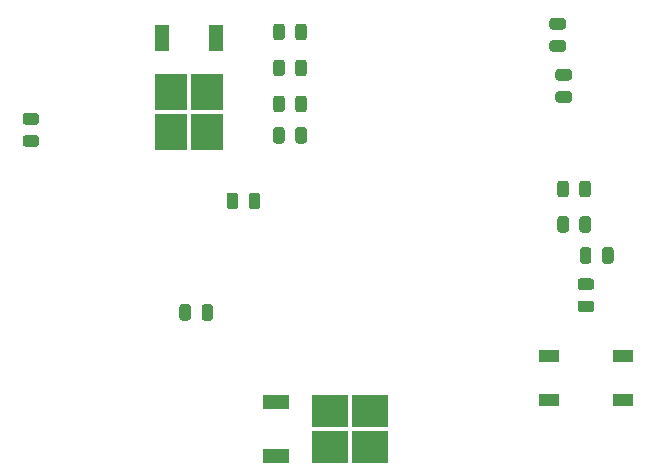
<source format=gbr>
%TF.GenerationSoftware,KiCad,Pcbnew,5.1.6-c6e7f7d~87~ubuntu18.04.1*%
%TF.CreationDate,2022-02-07T12:13:50+00:00*%
%TF.ProjectId,wifiboard-v4,77696669-626f-4617-9264-2d76342e6b69,rev?*%
%TF.SameCoordinates,Original*%
%TF.FileFunction,Paste,Top*%
%TF.FilePolarity,Positive*%
%FSLAX46Y46*%
G04 Gerber Fmt 4.6, Leading zero omitted, Abs format (unit mm)*
G04 Created by KiCad (PCBNEW 5.1.6-c6e7f7d~87~ubuntu18.04.1) date 2022-02-07 12:13:50*
%MOMM*%
%LPD*%
G01*
G04 APERTURE LIST*
%ADD10R,2.750000X3.050000*%
%ADD11R,1.200000X2.200000*%
%ADD12R,1.700000X1.000000*%
%ADD13R,2.200000X1.200000*%
%ADD14R,3.050000X2.750000*%
G04 APERTURE END LIST*
%TO.C,C2*%
G36*
G01*
X72543750Y-162450000D02*
X73456250Y-162450000D01*
G75*
G02*
X73700000Y-162693750I0J-243750D01*
G01*
X73700000Y-163181250D01*
G75*
G02*
X73456250Y-163425000I-243750J0D01*
G01*
X72543750Y-163425000D01*
G75*
G02*
X72300000Y-163181250I0J243750D01*
G01*
X72300000Y-162693750D01*
G75*
G02*
X72543750Y-162450000I243750J0D01*
G01*
G37*
G36*
G01*
X72543750Y-160575000D02*
X73456250Y-160575000D01*
G75*
G02*
X73700000Y-160818750I0J-243750D01*
G01*
X73700000Y-161306250D01*
G75*
G02*
X73456250Y-161550000I-243750J0D01*
G01*
X72543750Y-161550000D01*
G75*
G02*
X72300000Y-161306250I0J243750D01*
G01*
X72300000Y-160818750D01*
G75*
G02*
X72543750Y-160575000I243750J0D01*
G01*
G37*
%TD*%
%TO.C,C4*%
G36*
G01*
X71068250Y-141379000D02*
X70155750Y-141379000D01*
G75*
G02*
X69912000Y-141135250I0J243750D01*
G01*
X69912000Y-140647750D01*
G75*
G02*
X70155750Y-140404000I243750J0D01*
G01*
X71068250Y-140404000D01*
G75*
G02*
X71312000Y-140647750I0J-243750D01*
G01*
X71312000Y-141135250D01*
G75*
G02*
X71068250Y-141379000I-243750J0D01*
G01*
G37*
G36*
G01*
X71068250Y-139504000D02*
X70155750Y-139504000D01*
G75*
G02*
X69912000Y-139260250I0J243750D01*
G01*
X69912000Y-138772750D01*
G75*
G02*
X70155750Y-138529000I243750J0D01*
G01*
X71068250Y-138529000D01*
G75*
G02*
X71312000Y-138772750I0J-243750D01*
G01*
X71312000Y-139260250D01*
G75*
G02*
X71068250Y-139504000I-243750J0D01*
G01*
G37*
%TD*%
%TO.C,C5*%
G36*
G01*
X70575000Y-153456250D02*
X70575000Y-152543750D01*
G75*
G02*
X70818750Y-152300000I243750J0D01*
G01*
X71306250Y-152300000D01*
G75*
G02*
X71550000Y-152543750I0J-243750D01*
G01*
X71550000Y-153456250D01*
G75*
G02*
X71306250Y-153700000I-243750J0D01*
G01*
X70818750Y-153700000D01*
G75*
G02*
X70575000Y-153456250I0J243750D01*
G01*
G37*
G36*
G01*
X72450000Y-153456250D02*
X72450000Y-152543750D01*
G75*
G02*
X72693750Y-152300000I243750J0D01*
G01*
X73181250Y-152300000D01*
G75*
G02*
X73425000Y-152543750I0J-243750D01*
G01*
X73425000Y-153456250D01*
G75*
G02*
X73181250Y-153700000I-243750J0D01*
G01*
X72693750Y-153700000D01*
G75*
G02*
X72450000Y-153456250I0J243750D01*
G01*
G37*
%TD*%
D10*
%TO.C,Q1*%
X37845000Y-144824000D03*
X40895000Y-148174000D03*
X40895000Y-144824000D03*
X37845000Y-148174000D03*
D11*
X37090000Y-140199000D03*
X41650000Y-140199000D03*
%TD*%
%TO.C,R2*%
G36*
G01*
X72489000Y-159079250D02*
X72489000Y-158166750D01*
G75*
G02*
X72732750Y-157923000I243750J0D01*
G01*
X73220250Y-157923000D01*
G75*
G02*
X73464000Y-158166750I0J-243750D01*
G01*
X73464000Y-159079250D01*
G75*
G02*
X73220250Y-159323000I-243750J0D01*
G01*
X72732750Y-159323000D01*
G75*
G02*
X72489000Y-159079250I0J243750D01*
G01*
G37*
G36*
G01*
X74364000Y-159079250D02*
X74364000Y-158166750D01*
G75*
G02*
X74607750Y-157923000I243750J0D01*
G01*
X75095250Y-157923000D01*
G75*
G02*
X75339000Y-158166750I0J-243750D01*
G01*
X75339000Y-159079250D01*
G75*
G02*
X75095250Y-159323000I-243750J0D01*
G01*
X74607750Y-159323000D01*
G75*
G02*
X74364000Y-159079250I0J243750D01*
G01*
G37*
%TD*%
%TO.C,R3*%
G36*
G01*
X70663750Y-144722000D02*
X71576250Y-144722000D01*
G75*
G02*
X71820000Y-144965750I0J-243750D01*
G01*
X71820000Y-145453250D01*
G75*
G02*
X71576250Y-145697000I-243750J0D01*
G01*
X70663750Y-145697000D01*
G75*
G02*
X70420000Y-145453250I0J243750D01*
G01*
X70420000Y-144965750D01*
G75*
G02*
X70663750Y-144722000I243750J0D01*
G01*
G37*
G36*
G01*
X70663750Y-142847000D02*
X71576250Y-142847000D01*
G75*
G02*
X71820000Y-143090750I0J-243750D01*
G01*
X71820000Y-143578250D01*
G75*
G02*
X71576250Y-143822000I-243750J0D01*
G01*
X70663750Y-143822000D01*
G75*
G02*
X70420000Y-143578250I0J243750D01*
G01*
X70420000Y-143090750D01*
G75*
G02*
X70663750Y-142847000I243750J0D01*
G01*
G37*
%TD*%
%TO.C,R4*%
G36*
G01*
X73425000Y-155543750D02*
X73425000Y-156456250D01*
G75*
G02*
X73181250Y-156700000I-243750J0D01*
G01*
X72693750Y-156700000D01*
G75*
G02*
X72450000Y-156456250I0J243750D01*
G01*
X72450000Y-155543750D01*
G75*
G02*
X72693750Y-155300000I243750J0D01*
G01*
X73181250Y-155300000D01*
G75*
G02*
X73425000Y-155543750I0J-243750D01*
G01*
G37*
G36*
G01*
X71550000Y-155543750D02*
X71550000Y-156456250D01*
G75*
G02*
X71306250Y-156700000I-243750J0D01*
G01*
X70818750Y-156700000D01*
G75*
G02*
X70575000Y-156456250I0J243750D01*
G01*
X70575000Y-155543750D01*
G75*
G02*
X70818750Y-155300000I243750J0D01*
G01*
X71306250Y-155300000D01*
G75*
G02*
X71550000Y-155543750I0J-243750D01*
G01*
G37*
%TD*%
%TO.C,R5*%
G36*
G01*
X44450000Y-154456250D02*
X44450000Y-153543750D01*
G75*
G02*
X44693750Y-153300000I243750J0D01*
G01*
X45181250Y-153300000D01*
G75*
G02*
X45425000Y-153543750I0J-243750D01*
G01*
X45425000Y-154456250D01*
G75*
G02*
X45181250Y-154700000I-243750J0D01*
G01*
X44693750Y-154700000D01*
G75*
G02*
X44450000Y-154456250I0J243750D01*
G01*
G37*
G36*
G01*
X42575000Y-154456250D02*
X42575000Y-153543750D01*
G75*
G02*
X42818750Y-153300000I243750J0D01*
G01*
X43306250Y-153300000D01*
G75*
G02*
X43550000Y-153543750I0J-243750D01*
G01*
X43550000Y-154456250D01*
G75*
G02*
X43306250Y-154700000I-243750J0D01*
G01*
X42818750Y-154700000D01*
G75*
G02*
X42575000Y-154456250I0J243750D01*
G01*
G37*
%TD*%
%TO.C,R6*%
G36*
G01*
X48392000Y-140156250D02*
X48392000Y-139243750D01*
G75*
G02*
X48635750Y-139000000I243750J0D01*
G01*
X49123250Y-139000000D01*
G75*
G02*
X49367000Y-139243750I0J-243750D01*
G01*
X49367000Y-140156250D01*
G75*
G02*
X49123250Y-140400000I-243750J0D01*
G01*
X48635750Y-140400000D01*
G75*
G02*
X48392000Y-140156250I0J243750D01*
G01*
G37*
G36*
G01*
X46517000Y-140156250D02*
X46517000Y-139243750D01*
G75*
G02*
X46760750Y-139000000I243750J0D01*
G01*
X47248250Y-139000000D01*
G75*
G02*
X47492000Y-139243750I0J-243750D01*
G01*
X47492000Y-140156250D01*
G75*
G02*
X47248250Y-140400000I-243750J0D01*
G01*
X46760750Y-140400000D01*
G75*
G02*
X46517000Y-140156250I0J243750D01*
G01*
G37*
%TD*%
%TO.C,R7*%
G36*
G01*
X46517000Y-143204250D02*
X46517000Y-142291750D01*
G75*
G02*
X46760750Y-142048000I243750J0D01*
G01*
X47248250Y-142048000D01*
G75*
G02*
X47492000Y-142291750I0J-243750D01*
G01*
X47492000Y-143204250D01*
G75*
G02*
X47248250Y-143448000I-243750J0D01*
G01*
X46760750Y-143448000D01*
G75*
G02*
X46517000Y-143204250I0J243750D01*
G01*
G37*
G36*
G01*
X48392000Y-143204250D02*
X48392000Y-142291750D01*
G75*
G02*
X48635750Y-142048000I243750J0D01*
G01*
X49123250Y-142048000D01*
G75*
G02*
X49367000Y-142291750I0J-243750D01*
G01*
X49367000Y-143204250D01*
G75*
G02*
X49123250Y-143448000I-243750J0D01*
G01*
X48635750Y-143448000D01*
G75*
G02*
X48392000Y-143204250I0J243750D01*
G01*
G37*
%TD*%
%TO.C,R8*%
G36*
G01*
X46517000Y-146252250D02*
X46517000Y-145339750D01*
G75*
G02*
X46760750Y-145096000I243750J0D01*
G01*
X47248250Y-145096000D01*
G75*
G02*
X47492000Y-145339750I0J-243750D01*
G01*
X47492000Y-146252250D01*
G75*
G02*
X47248250Y-146496000I-243750J0D01*
G01*
X46760750Y-146496000D01*
G75*
G02*
X46517000Y-146252250I0J243750D01*
G01*
G37*
G36*
G01*
X48392000Y-146252250D02*
X48392000Y-145339750D01*
G75*
G02*
X48635750Y-145096000I243750J0D01*
G01*
X49123250Y-145096000D01*
G75*
G02*
X49367000Y-145339750I0J-243750D01*
G01*
X49367000Y-146252250D01*
G75*
G02*
X49123250Y-146496000I-243750J0D01*
G01*
X48635750Y-146496000D01*
G75*
G02*
X48392000Y-146252250I0J243750D01*
G01*
G37*
%TD*%
%TO.C,R9*%
G36*
G01*
X48392000Y-148919250D02*
X48392000Y-148006750D01*
G75*
G02*
X48635750Y-147763000I243750J0D01*
G01*
X49123250Y-147763000D01*
G75*
G02*
X49367000Y-148006750I0J-243750D01*
G01*
X49367000Y-148919250D01*
G75*
G02*
X49123250Y-149163000I-243750J0D01*
G01*
X48635750Y-149163000D01*
G75*
G02*
X48392000Y-148919250I0J243750D01*
G01*
G37*
G36*
G01*
X46517000Y-148919250D02*
X46517000Y-148006750D01*
G75*
G02*
X46760750Y-147763000I243750J0D01*
G01*
X47248250Y-147763000D01*
G75*
G02*
X47492000Y-148006750I0J-243750D01*
G01*
X47492000Y-148919250D01*
G75*
G02*
X47248250Y-149163000I-243750J0D01*
G01*
X46760750Y-149163000D01*
G75*
G02*
X46517000Y-148919250I0J243750D01*
G01*
G37*
%TD*%
%TO.C,R10*%
G36*
G01*
X41430000Y-162992750D02*
X41430000Y-163905250D01*
G75*
G02*
X41186250Y-164149000I-243750J0D01*
G01*
X40698750Y-164149000D01*
G75*
G02*
X40455000Y-163905250I0J243750D01*
G01*
X40455000Y-162992750D01*
G75*
G02*
X40698750Y-162749000I243750J0D01*
G01*
X41186250Y-162749000D01*
G75*
G02*
X41430000Y-162992750I0J-243750D01*
G01*
G37*
G36*
G01*
X39555000Y-162992750D02*
X39555000Y-163905250D01*
G75*
G02*
X39311250Y-164149000I-243750J0D01*
G01*
X38823750Y-164149000D01*
G75*
G02*
X38580000Y-163905250I0J243750D01*
G01*
X38580000Y-162992750D01*
G75*
G02*
X38823750Y-162749000I243750J0D01*
G01*
X39311250Y-162749000D01*
G75*
G02*
X39555000Y-162992750I0J-243750D01*
G01*
G37*
%TD*%
%TO.C,R11*%
G36*
G01*
X26456250Y-147550000D02*
X25543750Y-147550000D01*
G75*
G02*
X25300000Y-147306250I0J243750D01*
G01*
X25300000Y-146818750D01*
G75*
G02*
X25543750Y-146575000I243750J0D01*
G01*
X26456250Y-146575000D01*
G75*
G02*
X26700000Y-146818750I0J-243750D01*
G01*
X26700000Y-147306250D01*
G75*
G02*
X26456250Y-147550000I-243750J0D01*
G01*
G37*
G36*
G01*
X26456250Y-149425000D02*
X25543750Y-149425000D01*
G75*
G02*
X25300000Y-149181250I0J243750D01*
G01*
X25300000Y-148693750D01*
G75*
G02*
X25543750Y-148450000I243750J0D01*
G01*
X26456250Y-148450000D01*
G75*
G02*
X26700000Y-148693750I0J-243750D01*
G01*
X26700000Y-149181250D01*
G75*
G02*
X26456250Y-149425000I-243750J0D01*
G01*
G37*
%TD*%
D12*
%TO.C,SW1*%
X69850000Y-167100000D03*
X76150000Y-167100000D03*
X69850000Y-170900000D03*
X76150000Y-170900000D03*
%TD*%
D13*
%TO.C,U2*%
X46727000Y-171075000D03*
X46727000Y-175635000D03*
D14*
X54702000Y-174880000D03*
X51352000Y-171830000D03*
X54702000Y-171830000D03*
X51352000Y-174880000D03*
%TD*%
M02*

</source>
